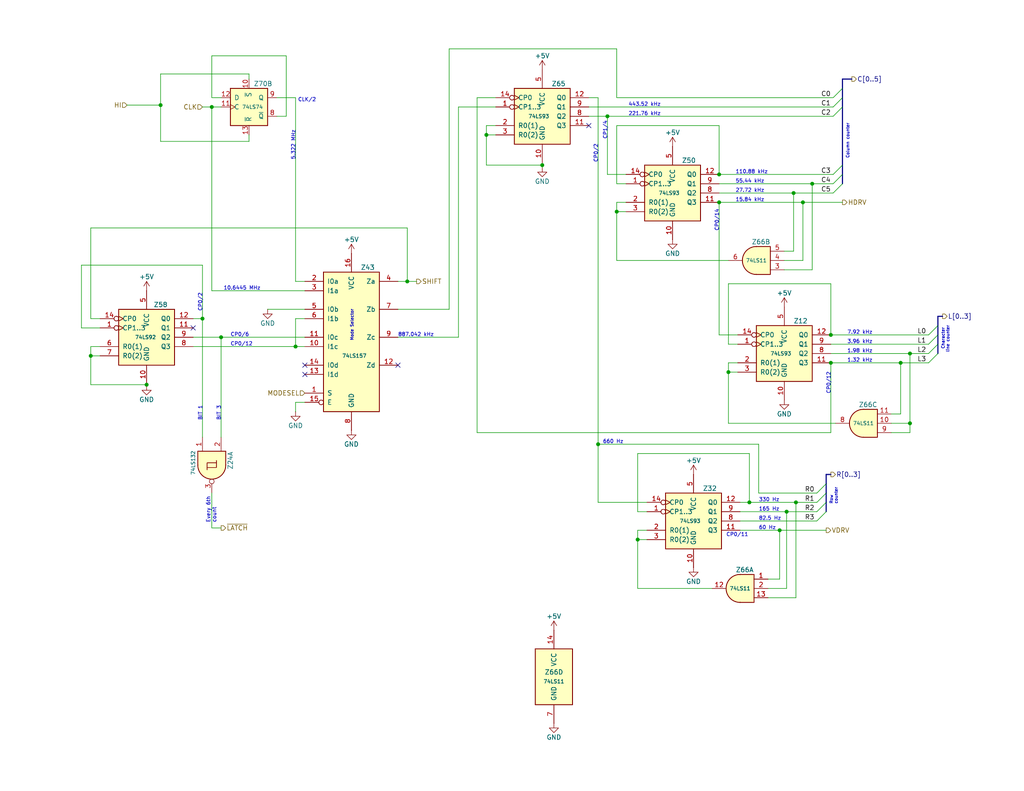
<source format=kicad_sch>
(kicad_sch (version 20231120) (generator "eeschema") (generator_version "8.0")
  (paper "USLetter")
  (title_block (title "TRS-80 Model I Rev E") (date "2024-11-23") (rev "E1A-E") (company "RetroStack - Marcel Erz") (comment 2 "Clock divider, video mode multiplexer, counters for columns, rows, and character lines") (comment 4 "Video Counter"))
  (lib_symbols
    (symbol "74xx:74LS11" (pin_names (offset 1.016))
      (property "Reference" "U" (at 0 1.27 0))
      (property "Value" "74LS11" (at 0 -1.27 0))
      (symbol "74LS11_1_1"
        (arc (start 0 -3.81) (mid 3.7934 0) (end 0 3.81) (stroke (width 0.254)) (fill (type background)))
        (polyline (pts (xy 0 3.81) (xy -3.81 3.81) (xy -3.81 -3.81) (xy 0 -3.81)) (stroke (width 0.254)) (fill (type background)))
        (pin input line (at -7.62 2.54 0) (length 3.81) (name "~") (number "1"))
        (pin output line (at 7.62 0 180) (length 3.81) (name "~") (number "12"))
        (pin input line (at -7.62 -2.54 0) (length 3.81) (name "~") (number "13"))
        (pin input line (at -7.62 0 0) (length 3.81) (name "~") (number "2"))
      )
      (symbol "74LS11_1_2"
        (arc (start -3.81 -3.81) (mid -2.589 0) (end -3.81 3.81) (stroke (width 0.254)))
        (arc (start -0.6096 -3.81) (mid 2.1842 -2.5851) (end 3.81 0) (stroke (width 0.254)) (fill (type background)))
        (polyline (pts (xy -3.81 -3.81) (xy -0.635 -3.81)) (stroke (width 0.254)) (fill (type background)))
        (polyline (pts (xy -3.81 3.81) (xy -0.635 3.81)) (stroke (width 0.254)) (fill (type background)))
        (polyline (pts (xy -0.635 3.81) (xy -3.81 3.81) (xy -3.81 3.81) (xy -3.556 3.4036) (xy -3.0226 2.2606) (xy -2.6924 1.0414) (xy -2.6162 -0.254) (xy -2.7686 -1.4986) (xy -3.175 -2.7178) (xy -3.81 -3.81) (xy -3.81 -3.81) (xy -0.635 -3.81)) (stroke (width -25.4)) (fill (type background)))
        (arc (start 3.81 0) (mid 2.1915 2.5936) (end -0.6096 3.81) (stroke (width 0.254)) (fill (type background)))
        (pin input inverted (at -7.62 2.54 0) (length 4.318) (name "~") (number "1"))
        (pin output inverted (at 7.62 0 180) (length 3.81) (name "~") (number "12"))
        (pin input inverted (at -7.62 -2.54 0) (length 4.318) (name "~") (number "13"))
        (pin input inverted (at -7.62 0 0) (length 4.953) (name "~") (number "2"))
      )
      (symbol "74LS11_2_1"
        (arc (start 0 -3.81) (mid 3.7934 0) (end 0 3.81) (stroke (width 0.254)) (fill (type background)))
        (polyline (pts (xy 0 3.81) (xy -3.81 3.81) (xy -3.81 -3.81) (xy 0 -3.81)) (stroke (width 0.254)) (fill (type background)))
        (pin input line (at -7.62 2.54 0) (length 3.81) (name "~") (number "3"))
        (pin input line (at -7.62 0 0) (length 3.81) (name "~") (number "4"))
        (pin input line (at -7.62 -2.54 0) (length 3.81) (name "~") (number "5"))
        (pin output line (at 7.62 0 180) (length 3.81) (name "~") (number "6"))
      )
      (symbol "74LS11_2_2"
        (arc (start -3.81 -3.81) (mid -2.589 0) (end -3.81 3.81) (stroke (width 0.254)))
        (arc (start -0.6096 -3.81) (mid 2.1842 -2.5851) (end 3.81 0) (stroke (width 0.254)) (fill (type background)))
        (polyline (pts (xy -3.81 -3.81) (xy -0.635 -3.81)) (stroke (width 0.254)) (fill (type background)))
        (polyline (pts (xy -3.81 3.81) (xy -0.635 3.81)) (stroke (width 0.254)) (fill (type background)))
        (polyline (pts (xy -0.635 3.81) (xy -3.81 3.81) (xy -3.81 3.81) (xy -3.556 3.4036) (xy -3.0226 2.2606) (xy -2.6924 1.0414) (xy -2.6162 -0.254) (xy -2.7686 -1.4986) (xy -3.175 -2.7178) (xy -3.81 -3.81) (xy -3.81 -3.81) (xy -0.635 -3.81)) (stroke (width -25.4)) (fill (type background)))
        (arc (start 3.81 0) (mid 2.1915 2.5936) (end -0.6096 3.81) (stroke (width 0.254)) (fill (type background)))
        (pin input inverted (at -7.62 2.54 0) (length 4.318) (name "~") (number "3"))
        (pin input inverted (at -7.62 0 0) (length 4.953) (name "~") (number "4"))
        (pin input inverted (at -7.62 -2.54 0) (length 4.318) (name "~") (number "5"))
        (pin output inverted (at 7.62 0 180) (length 3.81) (name "~") (number "6"))
      )
      (symbol "74LS11_3_1"
        (arc (start 0 -3.81) (mid 3.7934 0) (end 0 3.81) (stroke (width 0.254)) (fill (type background)))
        (polyline (pts (xy 0 3.81) (xy -3.81 3.81) (xy -3.81 -3.81) (xy 0 -3.81)) (stroke (width 0.254)) (fill (type background)))
        (pin input line (at -7.62 0 0) (length 3.81) (name "~") (number "10"))
        (pin input line (at -7.62 -2.54 0) (length 3.81) (name "~") (number "11"))
        (pin output line (at 7.62 0 180) (length 3.81) (name "~") (number "8"))
        (pin input line (at -7.62 2.54 0) (length 3.81) (name "~") (number "9"))
      )
      (symbol "74LS11_3_2"
        (arc (start -3.81 -3.81) (mid -2.589 0) (end -3.81 3.81) (stroke (width 0.254)))
        (arc (start -0.6096 -3.81) (mid 2.1842 -2.5851) (end 3.81 0) (stroke (width 0.254)) (fill (type background)))
        (polyline (pts (xy -3.81 -3.81) (xy -0.635 -3.81)) (stroke (width 0.254)) (fill (type background)))
        (polyline (pts (xy -3.81 3.81) (xy -0.635 3.81)) (stroke (width 0.254)) (fill (type background)))
        (polyline (pts (xy -0.635 3.81) (xy -3.81 3.81) (xy -3.81 3.81) (xy -3.556 3.4036) (xy -3.0226 2.2606) (xy -2.6924 1.0414) (xy -2.6162 -0.254) (xy -2.7686 -1.4986) (xy -3.175 -2.7178) (xy -3.81 -3.81) (xy -3.81 -3.81) (xy -0.635 -3.81)) (stroke (width -25.4)) (fill (type background)))
        (arc (start 3.81 0) (mid 2.1915 2.5936) (end -0.6096 3.81) (stroke (width 0.254)) (fill (type background)))
        (pin input inverted (at -7.62 0 0) (length 4.953) (name "~") (number "10"))
        (pin input inverted (at -7.62 -2.54 0) (length 4.318) (name "~") (number "11"))
        (pin output inverted (at 7.62 0 180) (length 3.81) (name "~") (number "8"))
        (pin input inverted (at -7.62 2.54 0) (length 4.318) (name "~") (number "9"))
      )
      (symbol "74LS11_4_0"
        (pin power_in line (at 0 12.7 270) (length 5.08) (name "VCC") (number "14"))
        (pin power_in line (at 0 -12.7 90) (length 5.08) (name "GND") (number "7"))
      )
      (symbol "74LS11_4_1"
        (rectangle (start -5.08 7.62) (end 5.08 -7.62) (stroke (width 0.254)) (fill (type background)))
      )
    )
    (symbol "74xx:74LS132" (pin_names (offset 1.016))
      (property "Reference" "U" (at 0 1.27 0))
      (property "Value" "74LS132" (at 0 -1.27 0))
      (symbol "74LS132_1_0"
        (polyline (pts (xy -0.635 -1.27) (xy -0.635 1.27) (xy 0.635 1.27)))
        (polyline (pts (xy -0.635 -1.27) (xy -0.635 1.27) (xy 0.635 1.27)))
        (polyline (pts (xy -1.27 -1.27) (xy 0.635 -1.27) (xy 0.635 1.27) (xy 1.27 1.27)))
        (polyline (pts (xy -1.27 -1.27) (xy 0.635 -1.27) (xy 0.635 1.27) (xy 1.27 1.27)))
      )
      (symbol "74LS132_1_1"
        (arc (start 0 -3.81) (mid 3.7934 0) (end 0 3.81) (stroke (width 0.254)) (fill (type background)))
        (polyline (pts (xy 0 3.81) (xy -3.81 3.81) (xy -3.81 -3.81) (xy 0 -3.81)) (stroke (width 0.254)) (fill (type background)))
        (pin input line (at -7.62 2.54 0) (length 3.81) (name "~") (number "1"))
        (pin input line (at -7.62 -2.54 0) (length 3.81) (name "~") (number "2"))
        (pin output inverted (at 7.62 0 180) (length 3.81) (name "~") (number "3"))
      )
      (symbol "74LS132_1_2"
        (arc (start -3.81 -3.81) (mid -2.589 0) (end -3.81 3.81) (stroke (width 0.254)))
        (arc (start -0.6096 -3.81) (mid 2.1842 -2.5851) (end 3.81 0) (stroke (width 0.254)) (fill (type background)))
        (polyline (pts (xy -3.81 -3.81) (xy -0.635 -3.81)) (stroke (width 0.254)) (fill (type background)))
        (polyline (pts (xy -3.81 3.81) (xy -0.635 3.81)) (stroke (width 0.254)) (fill (type background)))
        (polyline (pts (xy -0.635 3.81) (xy -3.81 3.81) (xy -3.81 3.81) (xy -3.556 3.4036) (xy -3.0226 2.2606) (xy -2.6924 1.0414) (xy -2.6162 -0.254) (xy -2.7686 -1.4986) (xy -3.175 -2.7178) (xy -3.81 -3.81) (xy -3.81 -3.81) (xy -0.635 -3.81)) (stroke (width -25.4)) (fill (type background)))
        (arc (start 3.81 0) (mid 2.1915 2.5936) (end -0.6096 3.81) (stroke (width 0.254)) (fill (type background)))
        (pin input inverted (at -7.62 2.54 0) (length 4.318) (name "~") (number "1"))
        (pin input inverted (at -7.62 -2.54 0) (length 4.318) (name "~") (number "2"))
        (pin output line (at 7.62 0 180) (length 3.81) (name "~") (number "3"))
      )
      (symbol "74LS132_2_0"
        (polyline (pts (xy -0.635 -1.27) (xy -0.635 1.27) (xy 0.635 1.27)))
        (polyline (pts (xy -0.635 -1.27) (xy -0.635 1.27) (xy 0.635 1.27)))
        (polyline (pts (xy -1.27 -1.27) (xy 0.635 -1.27) (xy 0.635 1.27) (xy 1.27 1.27)))
        (polyline (pts (xy -1.27 -1.27) (xy 0.635 -1.27) (xy 0.635 1.27) (xy 1.27 1.27)))
      )
      (symbol "74LS132_2_1"
        (arc (start 0 -3.81) (mid 3.7934 0) (end 0 3.81) (stroke (width 0.254)) (fill (type background)))
        (polyline (pts (xy 0 3.81) (xy -3.81 3.81) (xy -3.81 -3.81) (xy 0 -3.81)) (stroke (width 0.254)) (fill (type background)))
        (pin input line (at -7.62 2.54 0) (length 3.81) (name "~") (number "4"))
        (pin input line (at -7.62 -2.54 0) (length 3.81) (name "~") (number "5"))
        (pin output inverted (at 7.62 0 180) (length 3.81) (name "~") (number "6"))
      )
      (symbol "74LS132_2_2"
        (arc (start -3.81 -3.81) (mid -2.589 0) (end -3.81 3.81) (stroke (width 0.254)))
        (arc (start -0.6096 -3.81) (mid 2.1842 -2.5851) (end 3.81 0) (stroke (width 0.254)) (fill (type background)))
        (polyline (pts (xy -3.81 -3.81) (xy -0.635 -3.81)) (stroke (width 0.254)) (fill (type background)))
        (polyline (pts (xy -3.81 3.81) (xy -0.635 3.81)) (stroke (width 0.254)) (fill (type background)))
        (polyline (pts (xy -0.635 3.81) (xy -3.81 3.81) (xy -3.81 3.81) (xy -3.556 3.4036) (xy -3.0226 2.2606) (xy -2.6924 1.0414) (xy -2.6162 -0.254) (xy -2.7686 -1.4986) (xy -3.175 -2.7178) (xy -3.81 -3.81) (xy -3.81 -3.81) (xy -0.635 -3.81)) (stroke (width -25.4)) (fill (type background)))
        (arc (start 3.81 0) (mid 2.1915 2.5936) (end -0.6096 3.81) (stroke (width 0.254)) (fill (type background)))
        (pin input inverted (at -7.62 2.54 0) (length 4.318) (name "~") (number "4"))
        (pin input inverted (at -7.62 -2.54 0) (length 4.318) (name "~") (number "5"))
        (pin output line (at 7.62 0 180) (length 3.81) (name "~") (number "6"))
      )
      (symbol "74LS132_3_0"
        (polyline (pts (xy -0.635 -1.27) (xy -0.635 1.27) (xy 0.635 1.27)))
        (polyline (pts (xy -0.635 -1.27) (xy -0.635 1.27) (xy 0.635 1.27)))
        (polyline (pts (xy -1.27 -1.27) (xy 0.635 -1.27) (xy 0.635 1.27) (xy 1.27 1.27)))
        (polyline (pts (xy -1.27 -1.27) (xy 0.635 -1.27) (xy 0.635 1.27) (xy 1.27 1.27)))
      )
      (symbol "74LS132_3_1"
        (arc (start 0 -3.81) (mid 3.7934 0) (end 0 3.81) (stroke (width 0.254)) (fill (type background)))
        (polyline (pts (xy 0 3.81) (xy -3.81 3.81) (xy -3.81 -3.81) (xy 0 -3.81)) (stroke (width 0.254)) (fill (type background)))
        (pin input line (at -7.62 -2.54 0) (length 3.81) (name "~") (number "10"))
        (pin output inverted (at 7.62 0 180) (length 3.81) (name "~") (number "8"))
        (pin input line (at -7.62 2.54 0) (length 3.81) (name "~") (number "9"))
      )
      (symbol "74LS132_3_2"
        (arc (start -3.81 -3.81) (mid -2.589 0) (end -3.81 3.81) (stroke (width 0.254)))
        (arc (start -0.6096 -3.81) (mid 2.1842 -2.5851) (end 3.81 0) (stroke (width 0.254)) (fill (type background)))
        (polyline (pts (xy -3.81 -3.81) (xy -0.635 -3.81)) (stroke (width 0.254)) (fill (type background)))
        (polyline (pts (xy -3.81 3.81) (xy -0.635 3.81)) (stroke (width 0.254)) (fill (type background)))
        (polyline (pts (xy -0.635 3.81) (xy -3.81 3.81) (xy -3.81 3.81) (xy -3.556 3.4036) (xy -3.0226 2.2606) (xy -2.6924 1.0414) (xy -2.6162 -0.254) (xy -2.7686 -1.4986) (xy -3.175 -2.7178) (xy -3.81 -3.81) (xy -3.81 -3.81) (xy -0.635 -3.81)) (stroke (width -25.4)) (fill (type background)))
        (arc (start 3.81 0) (mid 2.1915 2.5936) (end -0.6096 3.81) (stroke (width 0.254)) (fill (type background)))
        (pin input inverted (at -7.62 -2.54 0) (length 4.318) (name "~") (number "10"))
        (pin output line (at 7.62 0 180) (length 3.81) (name "~") (number "8"))
        (pin input inverted (at -7.62 2.54 0) (length 4.318) (name "~") (number "9"))
      )
      (symbol "74LS132_4_0"
        (polyline (pts (xy -0.635 -1.27) (xy -0.635 1.27) (xy 0.635 1.27)))
        (polyline (pts (xy -0.635 -1.27) (xy -0.635 1.27) (xy 0.635 1.27)))
        (polyline (pts (xy -1.27 -1.27) (xy 0.635 -1.27) (xy 0.635 1.27) (xy 1.27 1.27)))
        (polyline (pts (xy -1.27 -1.27) (xy 0.635 -1.27) (xy 0.635 1.27) (xy 1.27 1.27)))
      )
      (symbol "74LS132_4_1"
        (arc (start 0 -3.81) (mid 3.7934 0) (end 0 3.81) (stroke (width 0.254)) (fill (type background)))
        (polyline (pts (xy 0 3.81) (xy -3.81 3.81) (xy -3.81 -3.81) (xy 0 -3.81)) (stroke (width 0.254)) (fill (type background)))
        (pin output inverted (at 7.62 0 180) (length 3.81) (name "~") (number "11"))
        (pin input line (at -7.62 2.54 0) (length 3.81) (name "~") (number "12"))
        (pin input line (at -7.62 -2.54 0) (length 3.81) (name "~") (number "13"))
      )
      (symbol "74LS132_4_2"
        (arc (start -3.81 -3.81) (mid -2.589 0) (end -3.81 3.81) (stroke (width 0.254)))
        (arc (start -0.6096 -3.81) (mid 2.1842 -2.5851) (end 3.81 0) (stroke (width 0.254)) (fill (type background)))
        (polyline (pts (xy -3.81 -3.81) (xy -0.635 -3.81)) (stroke (width 0.254)) (fill (type background)))
        (polyline (pts (xy -3.81 3.81) (xy -0.635 3.81)) (stroke (width 0.254)) (fill (type background)))
        (polyline (pts (xy -0.635 3.81) (xy -3.81 3.81) (xy -3.81 3.81) (xy -3.556 3.4036) (xy -3.0226 2.2606) (xy -2.6924 1.0414) (xy -2.6162 -0.254) (xy -2.7686 -1.4986) (xy -3.175 -2.7178) (xy -3.81 -3.81) (xy -3.81 -3.81) (xy -0.635 -3.81)) (stroke (width -25.4)) (fill (type background)))
        (arc (start 3.81 0) (mid 2.1915 2.5936) (end -0.6096 3.81) (stroke (width 0.254)) (fill (type background)))
        (pin output line (at 7.62 0 180) (length 3.81) (name "~") (number "11"))
        (pin input inverted (at -7.62 2.54 0) (length 4.318) (name "~") (number "12"))
        (pin input inverted (at -7.62 -2.54 0) (length 4.318) (name "~") (number "13"))
      )
      (symbol "74LS132_5_0"
        (pin power_in line (at 0 12.7 270) (length 5.08) (name "VCC") (number "14"))
        (pin power_in line (at 0 -12.7 90) (length 5.08) (name "GND") (number "7"))
      )
      (symbol "74LS132_5_1"
        (rectangle (start -5.08 7.62) (end 5.08 -7.62) (stroke (width 0.254)) (fill (type background)))
      )
    )
    (symbol "74xx:74LS157" (pin_names (offset 1.016))
      (property "Reference" "U" (at -7.62 19.05 0))
      (property "Value" "74LS157" (at -7.62 -21.59 0))
      (symbol "74LS157_1_0"
        (pin input line (at -12.7 -15.24 0) (length 5.08) (name "S") (number "1"))
        (pin input line (at -12.7 -2.54 0) (length 5.08) (name "I1c") (number "10"))
        (pin input line (at -12.7 0 0) (length 5.08) (name "I0c") (number "11"))
        (pin output line (at 12.7 -7.62 180) (length 5.08) (name "Zd") (number "12"))
        (pin input line (at -12.7 -10.16 0) (length 5.08) (name "I1d") (number "13"))
        (pin input line (at -12.7 -7.62 0) (length 5.08) (name "I0d") (number "14"))
        (pin input inverted (at -12.7 -17.78 0) (length 5.08) (name "E") (number "15"))
        (pin power_in line (at 0 22.86 270) (length 5.08) (name "VCC") (number "16"))
        (pin input line (at -12.7 15.24 0) (length 5.08) (name "I0a") (number "2"))
        (pin input line (at -12.7 12.7 0) (length 5.08) (name "I1a") (number "3"))
        (pin output line (at 12.7 15.24 180) (length 5.08) (name "Za") (number "4"))
        (pin input line (at -12.7 7.62 0) (length 5.08) (name "I0b") (number "5"))
        (pin input line (at -12.7 5.08 0) (length 5.08) (name "I1b") (number "6"))
        (pin output line (at 12.7 7.62 180) (length 5.08) (name "Zb") (number "7"))
        (pin power_in line (at 0 -25.4 90) (length 5.08) (name "GND") (number "8"))
        (pin output line (at 12.7 0 180) (length 5.08) (name "Zc") (number "9"))
      )
      (symbol "74LS157_1_1"
        (rectangle (start -7.62 17.78) (end 7.62 -20.32) (stroke (width 0.254)) (fill (type background)))
      )
    )
    (symbol "74xx:74LS74" (pin_names (offset 1.016))
      (property "Reference" "U" (at -7.62 8.89 0))
      (property "Value" "74LS74" (at -7.62 -8.89 0))
      (symbol "74LS74_1_0"
        (pin input line (at 0 -7.62 90) (length 2.54) (name "~{R}") (number "1"))
        (pin input line (at -7.62 2.54 0) (length 2.54) (name "D") (number "2"))
        (pin input clock (at -7.62 0 0) (length 2.54) (name "C") (number "3"))
        (pin input line (at 0 7.62 270) (length 2.54) (name "~{S}") (number "4"))
        (pin output line (at 7.62 2.54 180) (length 2.54) (name "Q") (number "5"))
        (pin output line (at 7.62 -2.54 180) (length 2.54) (name "~{Q}") (number "6"))
      )
      (symbol "74LS74_1_1"
        (rectangle (start -5.08 5.08) (end 5.08 -5.08) (stroke (width 0.254)) (fill (type background)))
      )
      (symbol "74LS74_2_0"
        (pin input line (at 0 7.62 270) (length 2.54) (name "~{S}") (number "10"))
        (pin input clock (at -7.62 0 0) (length 2.54) (name "C") (number "11"))
        (pin input line (at -7.62 2.54 0) (length 2.54) (name "D") (number "12"))
        (pin input line (at 0 -7.62 90) (length 2.54) (name "~{R}") (number "13"))
        (pin output line (at 7.62 -2.54 180) (length 2.54) (name "~{Q}") (number "8"))
        (pin output line (at 7.62 2.54 180) (length 2.54) (name "Q") (number "9"))
      )
      (symbol "74LS74_2_1"
        (rectangle (start -5.08 5.08) (end 5.08 -5.08) (stroke (width 0.254)) (fill (type background)))
      )
      (symbol "74LS74_3_0"
        (pin power_in line (at 0 10.16 270) (length 2.54) (name "VCC") (number "14"))
        (pin power_in line (at 0 -10.16 90) (length 2.54) (name "GND") (number "7"))
      )
      (symbol "74LS74_3_1"
        (rectangle (start -5.08 7.62) (end 5.08 -7.62) (stroke (width 0.254)) (fill (type background)))
      )
    )
    (symbol "74xx:74LS92" (pin_names (offset 1.016))
      (property "Reference" "U" (at -7.62 8.89 0))
      (property "Value" "74LS92" (at -7.62 -8.89 0))
      (symbol "74LS92_1_0"
        (pin input inverted_clock (at -12.7 2.54 0) (length 5.08) (name "CP1..3") (number "1"))
        (pin power_in line (at 0 -12.7 90) (length 5.08) (name "GND") (number "10"))
        (pin output line (at 12.7 2.54 180) (length 5.08) (name "Q1") (number "11"))
        (pin output line (at 12.7 5.08 180) (length 5.08) (name "Q0") (number "12"))
        (pin input inverted_clock (at -12.7 5.08 0) (length 5.08) (name "CP0") (number "14"))
        (pin power_in line (at 0 12.7 270) (length 5.08) (name "VCC") (number "5"))
        (pin input line (at -12.7 -2.54 0) (length 5.08) (name "R0(1)") (number "6"))
        (pin input line (at -12.7 -5.08 0) (length 5.08) (name "R0(2)") (number "7"))
        (pin output line (at 12.7 -2.54 180) (length 5.08) (name "Q3") (number "8"))
        (pin output line (at 12.7 0 180) (length 5.08) (name "Q2") (number "9"))
      )
      (symbol "74LS92_1_1"
        (rectangle (start -7.62 7.62) (end 7.62 -7.62) (stroke (width 0.254)) (fill (type background)))
      )
    )
    (symbol "74xx:74LS93" (pin_names (offset 1.016))
      (property "Reference" "U" (at -7.62 8.89 0))
      (property "Value" "74LS93" (at -7.62 -8.89 0))
      (symbol "74LS93_1_0"
        (pin input inverted_clock (at -12.7 2.54 0) (length 5.08) (name "CP1..3") (number "1"))
        (pin power_in line (at 0 -12.7 90) (length 5.08) (name "GND") (number "10"))
        (pin output line (at 12.7 -2.54 180) (length 5.08) (name "Q3") (number "11"))
        (pin output line (at 12.7 5.08 180) (length 5.08) (name "Q0") (number "12"))
        (pin input inverted_clock (at -12.7 5.08 0) (length 5.08) (name "CP0") (number "14"))
        (pin input line (at -12.7 -2.54 0) (length 5.08) (name "R0(1)") (number "2"))
        (pin input line (at -12.7 -5.08 0) (length 5.08) (name "R0(2)") (number "3"))
        (pin power_in line (at 0 12.7 270) (length 5.08) (name "VCC") (number "5"))
        (pin output line (at 12.7 0 180) (length 5.08) (name "Q2") (number "8"))
        (pin output line (at 12.7 2.54 180) (length 5.08) (name "Q1") (number "9"))
      )
      (symbol "74LS93_1_1"
        (rectangle (start -7.62 7.62) (end 7.62 -7.62) (stroke (width 0.254)) (fill (type background)))
      )
    )
    (symbol "power:+5V" (power) (pin_numbers hide) (pin_names (offset 0) hide)
      (property "Value" "+5V" (at 0 3.556 0))
      (symbol "+5V_0_1"
        (polyline (pts (xy -0.762 1.27) (xy 0 2.54)))
        (polyline (pts (xy 0 0) (xy 0 2.54)))
        (polyline (pts (xy 0 2.54) (xy 0.762 1.27)))
      )
      (symbol "+5V_1_1"
        (pin power_in line (at 0 0 90) (length 0) (name "~") (number "1"))
      )
    )
    (symbol "power:GND" (power) (pin_numbers hide) (pin_names (offset 0) hide)
      (property "Value" "GND" (at 0 -3.81 0))
      (symbol "GND_0_1"
        (polyline (pts (xy 0 0) (xy 0 -1.27) (xy 1.27 -1.27) (xy 0 -2.54) (xy -1.27 -1.27) (xy 0 -1.27)))
      )
      (symbol "GND_1_1"
        (pin power_in line (at 0 0 270) (length 0) (name "~") (number "1"))
      )
    )
  )
  (junction (at 196.215 55.245))
  (junction (at 212.725 144.78))
  (junction (at 219.075 55.245))
  (junction (at 60.325 92.075))
  (junction (at 198.755 101.6))
  (junction (at 132.715 36.83))
  (junction (at 226.695 99.06))
  (junction (at 248.285 115.57))
  (junction (at 80.645 94.615))
  (junction (at 221.615 50.165))
  (junction (at 40.005 105.029))
  (junction (at 214.63 139.7))
  (junction (at 168.275 57.785))
  (junction (at 216.535 52.705))
  (junction (at 147.955 45.085))
  (junction (at 24.765 97.155))
  (junction (at 245.745 99.06))
  (junction (at 217.17 137.16))
  (junction (at 55.245 86.995))
  (junction (at 165.735 31.75))
  (junction (at 57.785 29.21))
  (junction (at 248.285 96.52))
  (junction (at 173.99 147.32))
  (junction (at 204.47 137.16))
  (junction (at 226.695 91.44))
  (junction (at 163.195 121.285))
  (junction (at 43.815 28.702))
  (junction (at 111.125 76.835))
  (junction (at 196.215 47.625))
  (no_connect (at 160.655 34.29))
  (no_connect (at 83.185 99.695))
  (no_connect (at 52.705 89.535))
  (no_connect (at 108.585 99.695))
  (no_connect (at 83.185 102.235))
  (bus_entry (at 227.33 29.21) (size 2.54 -2.54))
  (bus_entry (at 253.365 93.98) (size 2.54 -2.54))
  (bus_entry (at 227.33 52.705) (size 2.54 -2.54))
  (bus_entry (at 227.33 50.165) (size 2.54 -2.54))
  (bus_entry (at 222.885 142.24) (size 2.54 -2.54))
  (bus_entry (at 227.33 47.625) (size 2.54 -2.54))
  (bus_entry (at 227.33 31.75) (size 2.54 -2.54))
  (bus_entry (at 253.365 91.44) (size 2.54 -2.54))
  (bus_entry (at 222.885 137.16) (size 2.54 -2.54))
  (bus_entry (at 253.365 99.06) (size 2.54 -2.54))
  (bus_entry (at 227.33 26.67) (size 2.54 -2.54))
  (bus_entry (at 253.365 96.52) (size 2.54 -2.54))
  (bus_entry (at 222.885 139.7) (size 2.54 -2.54))
  (bus_entry (at 222.885 134.62) (size 2.54 -2.54))
  (bus (pts (xy 229.87 29.21) (xy 229.87 26.67)))
  (wire (pts (xy 52.705 92.075) (xy 60.325 92.075)))
  (bus (pts (xy 225.425 139.7) (xy 225.425 137.16)))
  (wire (pts (xy 243.205 115.57) (xy 248.285 115.57)))
  (wire (pts (xy 55.245 86.995) (xy 55.245 119.38)))
  (wire (pts (xy 43.815 20.193) (xy 43.815 28.702)))
  (wire (pts (xy 204.47 123.825) (xy 204.47 137.16)))
  (wire (pts (xy 83.185 79.375) (xy 57.785 79.375)))
  (bus (pts (xy 255.905 86.36) (xy 257.175 86.36)))
  (wire (pts (xy 57.785 134.62) (xy 57.785 144.145)))
  (wire (pts (xy 196.215 52.705) (xy 216.535 52.705)))
  (wire (pts (xy 111.125 76.835) (xy 113.665 76.835)))
  (wire (pts (xy 194.31 160.655) (xy 173.99 160.655)))
  (wire (pts (xy 201.93 142.24) (xy 222.885 142.24)))
  (wire (pts (xy 80.645 76.835) (xy 83.185 76.835)))
  (wire (pts (xy 67.945 38.608) (xy 43.815 38.608)))
  (wire (pts (xy 173.99 139.7) (xy 173.99 123.825)))
  (wire (pts (xy 196.215 55.245) (xy 219.075 55.245)))
  (wire (pts (xy 198.755 101.6) (xy 201.295 101.6)))
  (wire (pts (xy 80.645 94.615) (xy 80.645 86.995)))
  (wire (pts (xy 248.285 118.11) (xy 248.285 115.57)))
  (wire (pts (xy 83.185 84.455) (xy 73.025 84.455)))
  (wire (pts (xy 168.275 34.29) (xy 196.215 34.29)))
  (wire (pts (xy 111.125 76.835) (xy 111.125 62.23)))
  (wire (pts (xy 160.655 31.75) (xy 165.735 31.75)))
  (wire (pts (xy 160.655 26.67) (xy 163.195 26.67)))
  (wire (pts (xy 80.645 94.615) (xy 83.185 94.615)))
  (wire (pts (xy 216.535 52.705) (xy 216.535 68.58)))
  (wire (pts (xy 196.215 34.29) (xy 196.215 47.625)))
  (wire (pts (xy 55.245 72.39) (xy 55.245 86.995)))
  (wire (pts (xy 57.785 79.375) (xy 57.785 29.21)))
  (wire (pts (xy 80.645 112.395) (xy 80.645 109.855)))
  (bus (pts (xy 229.87 50.165) (xy 229.87 47.625)))
  (wire (pts (xy 219.075 55.245) (xy 229.87 55.245)))
  (bus (pts (xy 229.87 47.625) (xy 229.87 45.085)))
  (wire (pts (xy 147.955 45.085) (xy 147.955 44.45)))
  (bus (pts (xy 255.905 96.52) (xy 255.905 93.98)))
  (wire (pts (xy 67.945 38.608) (xy 67.945 36.83)))
  (wire (pts (xy 60.325 92.075) (xy 60.325 119.38)))
  (wire (pts (xy 80.645 86.995) (xy 83.185 86.995)))
  (wire (pts (xy 57.785 29.21) (xy 60.325 29.21)))
  (wire (pts (xy 125.095 92.075) (xy 125.095 29.21)))
  (wire (pts (xy 222.885 134.62) (xy 207.01 134.62)))
  (wire (pts (xy 122.555 13.335) (xy 168.275 13.335)))
  (wire (pts (xy 130.175 118.11) (xy 130.175 26.67)))
  (wire (pts (xy 24.765 97.155) (xy 27.305 97.155)))
  (wire (pts (xy 67.945 20.193) (xy 43.815 20.193)))
  (wire (pts (xy 248.285 96.52) (xy 253.365 96.52)))
  (wire (pts (xy 196.215 47.625) (xy 227.33 47.625)))
  (wire (pts (xy 245.745 113.03) (xy 245.745 99.06)))
  (wire (pts (xy 226.695 77.47) (xy 226.695 91.44)))
  (wire (pts (xy 108.585 76.835) (xy 111.125 76.835)))
  (wire (pts (xy 57.785 26.67) (xy 57.785 15.24)))
  (wire (pts (xy 221.615 73.66) (xy 221.615 50.165)))
  (wire (pts (xy 168.275 57.785) (xy 170.815 57.785)))
  (wire (pts (xy 147.955 45.72) (xy 147.955 45.085)))
  (wire (pts (xy 108.585 92.075) (xy 125.095 92.075)))
  (wire (pts (xy 168.275 71.12) (xy 168.275 57.785)))
  (wire (pts (xy 173.99 144.78) (xy 176.53 144.78)))
  (bus (pts (xy 229.87 26.67) (xy 229.87 24.13)))
  (wire (pts (xy 170.815 50.165) (xy 168.275 50.165)))
  (wire (pts (xy 209.55 158.115) (xy 212.725 158.115)))
  (wire (pts (xy 212.725 158.115) (xy 212.725 144.78)))
  (bus (pts (xy 229.87 21.59) (xy 232.41 21.59)))
  (wire (pts (xy 55.245 72.39) (xy 22.225 72.39)))
  (wire (pts (xy 130.175 26.67) (xy 135.255 26.67)))
  (wire (pts (xy 130.175 118.11) (xy 226.695 118.11)))
  (bus (pts (xy 255.905 91.44) (xy 255.905 88.9)))
  (bus (pts (xy 255.905 93.98) (xy 255.905 91.44)))
  (wire (pts (xy 209.55 163.195) (xy 217.17 163.195)))
  (wire (pts (xy 163.195 121.285) (xy 207.01 121.285)))
  (bus (pts (xy 225.425 129.54) (xy 226.695 129.54)))
  (wire (pts (xy 173.99 147.32) (xy 176.53 147.32)))
  (wire (pts (xy 170.815 47.625) (xy 165.735 47.625)))
  (wire (pts (xy 219.075 55.245) (xy 219.075 71.12)))
  (wire (pts (xy 132.715 36.83) (xy 132.715 45.085)))
  (wire (pts (xy 207.01 134.62) (xy 207.01 121.285)))
  (wire (pts (xy 198.755 93.98) (xy 198.755 77.47)))
  (wire (pts (xy 226.695 99.06) (xy 226.695 118.11)))
  (wire (pts (xy 227.965 115.57) (xy 198.755 115.57)))
  (wire (pts (xy 243.205 118.11) (xy 248.285 118.11)))
  (wire (pts (xy 132.715 34.29) (xy 135.255 34.29)))
  (wire (pts (xy 168.275 26.67) (xy 227.33 26.67)))
  (wire (pts (xy 168.275 55.245) (xy 170.815 55.245)))
  (wire (pts (xy 24.765 105.029) (xy 40.005 105.029)))
  (wire (pts (xy 212.725 144.78) (xy 225.425 144.78)))
  (wire (pts (xy 108.585 84.455) (xy 122.555 84.455)))
  (wire (pts (xy 163.195 26.67) (xy 163.195 121.285)))
  (wire (pts (xy 217.17 137.16) (xy 222.885 137.16)))
  (wire (pts (xy 209.55 160.655) (xy 214.63 160.655)))
  (wire (pts (xy 122.555 84.455) (xy 122.555 13.335)))
  (wire (pts (xy 198.755 77.47) (xy 226.695 77.47)))
  (bus (pts (xy 225.425 134.62) (xy 225.425 132.08)))
  (wire (pts (xy 196.215 55.245) (xy 196.215 91.44)))
  (wire (pts (xy 213.995 68.58) (xy 216.535 68.58)))
  (wire (pts (xy 196.215 91.44) (xy 201.295 91.44)))
  (wire (pts (xy 243.205 113.03) (xy 245.745 113.03)))
  (wire (pts (xy 165.735 31.75) (xy 165.735 47.625)))
  (wire (pts (xy 24.765 94.615) (xy 27.305 94.615)))
  (wire (pts (xy 78.105 15.24) (xy 78.105 31.75)))
  (wire (pts (xy 168.275 13.335) (xy 168.275 26.67)))
  (wire (pts (xy 80.645 26.67) (xy 80.645 76.835)))
  (wire (pts (xy 214.63 139.7) (xy 222.885 139.7)))
  (wire (pts (xy 226.695 91.44) (xy 253.365 91.44)))
  (wire (pts (xy 163.195 121.285) (xy 163.195 137.16)))
  (wire (pts (xy 60.325 92.075) (xy 83.185 92.075)))
  (wire (pts (xy 125.095 29.21) (xy 135.255 29.21)))
  (wire (pts (xy 132.715 36.83) (xy 135.255 36.83)))
  (bus (pts (xy 225.425 137.16) (xy 225.425 134.62)))
  (wire (pts (xy 196.215 50.165) (xy 221.615 50.165)))
  (wire (pts (xy 132.715 45.085) (xy 147.955 45.085)))
  (wire (pts (xy 173.99 123.825) (xy 204.47 123.825)))
  (wire (pts (xy 43.815 38.608) (xy 43.815 28.702)))
  (wire (pts (xy 213.995 73.66) (xy 221.615 73.66)))
  (wire (pts (xy 57.785 15.24) (xy 78.105 15.24)))
  (wire (pts (xy 40.005 105.029) (xy 40.005 104.775)))
  (wire (pts (xy 198.755 101.6) (xy 198.755 99.06)))
  (wire (pts (xy 57.785 144.145) (xy 60.325 144.145)))
  (wire (pts (xy 40.005 105.283) (xy 40.005 105.029)))
  (wire (pts (xy 201.93 139.7) (xy 214.63 139.7)))
  (bus (pts (xy 229.87 24.13) (xy 229.87 21.59)))
  (wire (pts (xy 132.715 36.83) (xy 132.715 34.29)))
  (wire (pts (xy 67.945 20.193) (xy 67.945 21.59)))
  (wire (pts (xy 217.17 137.16) (xy 217.17 163.195)))
  (wire (pts (xy 201.295 93.98) (xy 198.755 93.98)))
  (wire (pts (xy 226.695 99.06) (xy 245.745 99.06)))
  (wire (pts (xy 24.765 97.155) (xy 24.765 105.029)))
  (wire (pts (xy 163.195 137.16) (xy 176.53 137.16)))
  (wire (pts (xy 176.53 139.7) (xy 173.99 139.7)))
  (wire (pts (xy 52.705 86.995) (xy 55.245 86.995)))
  (wire (pts (xy 226.695 96.52) (xy 248.285 96.52)))
  (wire (pts (xy 201.93 144.78) (xy 212.725 144.78)))
  (wire (pts (xy 43.815 28.702) (xy 34.671 28.702)))
  (wire (pts (xy 221.615 50.165) (xy 227.33 50.165)))
  (wire (pts (xy 214.63 160.655) (xy 214.63 139.7)))
  (bus (pts (xy 225.425 132.08) (xy 225.425 129.54)))
  (wire (pts (xy 24.765 86.995) (xy 27.305 86.995)))
  (wire (pts (xy 160.655 29.21) (xy 227.33 29.21)))
  (wire (pts (xy 111.125 62.23) (xy 24.765 62.23)))
  (wire (pts (xy 168.275 57.785) (xy 168.275 55.245)))
  (wire (pts (xy 216.535 52.705) (xy 227.33 52.705)))
  (wire (pts (xy 213.995 71.12) (xy 219.075 71.12)))
  (wire (pts (xy 55.245 29.21) (xy 57.785 29.21)))
  (wire (pts (xy 201.93 137.16) (xy 204.47 137.16)))
  (wire (pts (xy 24.765 94.615) (xy 24.765 97.155)))
  (wire (pts (xy 198.755 71.12) (xy 168.275 71.12)))
  (wire (pts (xy 52.705 94.615) (xy 80.645 94.615)))
  (wire (pts (xy 245.745 99.06) (xy 253.365 99.06)))
  (wire (pts (xy 168.275 50.165) (xy 168.275 34.29)))
  (wire (pts (xy 173.99 147.32) (xy 173.99 144.78)))
  (wire (pts (xy 22.225 89.535) (xy 27.305 89.535)))
  (wire (pts (xy 204.47 137.16) (xy 217.17 137.16)))
  (wire (pts (xy 165.735 31.75) (xy 227.33 31.75)))
  (wire (pts (xy 173.99 160.655) (xy 173.99 147.32)))
  (wire (pts (xy 78.105 31.75) (xy 75.565 31.75)))
  (wire (pts (xy 198.755 99.06) (xy 201.295 99.06)))
  (bus (pts (xy 229.87 45.085) (xy 229.87 29.21)))
  (wire (pts (xy 198.755 101.6) (xy 198.755 115.57)))
  (bus (pts (xy 255.905 88.9) (xy 255.905 86.36)))
  (wire (pts (xy 60.325 26.67) (xy 57.785 26.67)))
  (wire (pts (xy 22.225 72.39) (xy 22.225 89.535)))
  (wire (pts (xy 24.765 62.23) (xy 24.765 86.995)))
  (wire (pts (xy 226.695 93.98) (xy 253.365 93.98)))
  (wire (pts (xy 75.565 26.67) (xy 80.645 26.67)))
  (wire (pts (xy 248.285 96.52) (xy 248.285 115.57)))
  (wire (pts (xy 80.645 109.855) (xy 83.185 109.855)))
  (text "BIT 1" (at 55.245 114.935 90) (effects (font (size 1 1)) (justify left bottom)))
  (text "7.92 kHz" (at 231.14 91.44 0) (effects (font (size 1 1)) (justify left bottom)))
  (text "CLK/2" (at 81.28 27.94 0) (effects (font (size 1 1)) (justify left bottom)))
  (text "660 Hz" (at 164.465 121.285 0) (effects (font (size 1 1)) (justify left bottom)))
  (text "CP0/2" (at 163.195 39.37 90) (effects (font (size 1 1)) (justify right bottom)))
  (text "1.98 kHz" (at 231.14 96.52 0) (effects (font (size 1 1)) (justify left bottom)))
  (text "60 Hz" (at 207.01 144.78 0) (effects (font (size 1 1)) (justify left bottom)))
  (text "887.042 kHz" (at 108.585 92.075 0) (effects (font (size 1 1)) (justify left bottom)))
  (text "1.32 kHz" (at 231.14 99.06 0) (effects (font (size 1 1)) (justify left bottom)))
  (text "Character \nline counter" (at 259.08 88.9 90) (effects (font (size 0.8 0.8)) (justify right bottom)))
  (text "82.5 Hz" (at 207.01 142.24 0) (effects (font (size 1 1)) (justify left bottom)))
  (text "27.72 kHz" (at 200.66 52.705 0) (effects (font (size 1 1)) (justify left bottom)))
  (text "Mode Selector" (at 96.52 84.455 90) (effects (font (size 0.8 0.8)) (justify right bottom)))
  (text "CP0/11" (at 198.12 146.685 0) (effects (font (size 1 1)) (justify left bottom)))
  (text "3.96 kHz" (at 231.14 93.98 0) (effects (font (size 1 1)) (justify left bottom)))
  (text "110.88 kHz" (at 200.66 47.625 0) (effects (font (size 1 1)) (justify left bottom)))
  (text "CP1/4" (at 165.735 33.02 90) (effects (font (size 1 1)) (justify right bottom)))
  (text "CP0/2" (at 55.245 80.01 90) (effects (font (size 1 1)) (justify right bottom)))
  (text "221.76 kHz" (at 171.45 31.75 0) (effects (font (size 1 1)) (justify left bottom)))
  (text "55.44 kHz" (at 200.66 50.165 0) (effects (font (size 1 1)) (justify left bottom)))
  (text "15.84 kHz" (at 200.66 55.245 0) (effects (font (size 1 1)) (justify left bottom)))
  (text "CP0/6" (at 62.865 92.075 0) (effects (font (size 1 1)) (justify left bottom)))
  (text "CP0/12" (at 62.865 94.615 0) (effects (font (size 1 1)) (justify left bottom)))
  (text "BIT 3" (at 60.325 114.935 90) (effects (font (size 1 1)) (justify left bottom)))
  (text "330 Hz" (at 207.01 137.16 0) (effects (font (size 1 1)) (justify left bottom)))
  (text "Column counter" (at 231.775 33.655 90) (effects (font (size 0.8 0.8)) (justify right bottom)))
  (text "Row\ncounter" (at 228.6 137.795 90) (effects (font (size 0.8 0.8)) (justify left bottom)))
  (text "10.6445 MHz" (at 60.96 79.375 0) (effects (font (size 1 1)) (justify left bottom)))
  (text "CP0/12" (at 226.695 101.6 90) (effects (font (size 1 1)) (justify right bottom)))
  (text "5.322 MHz" (at 80.645 35.56 90) (effects (font (size 1 1)) (justify right bottom)))
  (text "443.52 kHz" (at 171.45 29.21 0) (effects (font (size 1 1)) (justify left bottom)))
  (text "CP0/14" (at 196.215 57.15 90) (effects (font (size 1 1)) (justify right bottom)))
  (text "165 Hz" (at 207.01 139.7 0) (effects (font (size 1 1)) (justify left bottom)))
  (text "Every 6th\ncount" (at 59.055 142.875 90) (effects (font (size 1 1)) (justify left bottom)))
  (label "R1" (at 222.25 137.16 180))
  (label "L2" (at 252.73 96.52 180))
  (label "C2" (at 226.695 31.75 180))
  (label "L1" (at 252.73 93.98 180))
  (label "C5" (at 226.695 52.705 180))
  (label "R2" (at 222.25 139.7 180))
  (label "C3" (at 226.695 47.625 180))
  (label "L3" (at 252.73 99.06 180))
  (label "R0" (at 222.25 134.62 180))
  (label "C4" (at 226.695 50.165 180))
  (label "C0" (at 226.695 26.67 180))
  (label "L0" (at 252.73 91.44 180))
  (label "R3" (at 222.25 142.24 180))
  (label "C1" (at 226.695 29.21 180))
  (hierarchical_label "SHIFT" (shape output) (at 113.665 76.835 0))
  (hierarchical_label "L[0..3]" (shape output) (at 257.175 86.36 0))
  (hierarchical_label "~{LATCH}" (shape output) (at 60.325 144.145 0))
  (hierarchical_label "R[0..3]" (shape output) (at 226.695 129.54 0))
  (hierarchical_label "MODESEL" (shape input) (at 83.185 107.315 180))
  (hierarchical_label "HDRV" (shape output) (at 229.87 55.245 0))
  (hierarchical_label "C[0..5]" (shape output) (at 232.41 21.59 0))
  (hierarchical_label "HI" (shape input) (at 34.671 28.702 180))
  (hierarchical_label "VDRV" (shape output) (at 225.425 144.78 0))
  (hierarchical_label "CLK" (shape input) (at 55.245 29.21 180))
  (symbol (lib_id "74xx:74LS132") (at 57.785 127 90) (mirror x) (unit 1)
    (property "Reference" "Z24" (at 62.865 125.73 0))
    (property "Value" "74LS132" (at 52.705 126.365 0) (effects (font (size 1 1))))
    (property "Footprint" "RetroStackLibrary:TRS80_Model_I_DIP14" (effects (hide yes)))
    (property "Datasheet" "http://www.ti.com/lit/gpn/sn74LS132" (effects (hide yes)))
  )
  (symbol (lib_id "power:GND") (at 95.885 117.475 0) (unit 1)
    (property "Reference" "#PWR096" (effects (hide yes)))
    (property "Value" "GND" (at 95.885 121.285 0))
    (property "Description" "Power symbol creates a global label with name \"GND\" , ground" (effects (hide yes)))
  )
  (symbol (lib_id "74xx:74LS11") (at 201.93 160.655 0) (mirror y) (unit 1)
    (property "Reference" "Z66" (at 203.2 155.575 0))
    (property "Value" "74LS11" (at 201.93 160.655 0) (effects (font (size 1 1))))
    (property "Footprint" "RetroStackLibrary:TRS80_Model_I_DIP14" (effects (hide yes)))
    (property "Datasheet" "http://www.ti.com/lit/gpn/sn74LS11" (effects (hide yes)))
  )
  (symbol (lib_id "power:+5V") (at 151.13 172.085 0) (unit 1)
    (property "Reference" "#PWR0113" (effects (hide yes)))
    (property "Value" "+5V" (at 151.13 168.275 0))
    (property "Description" "Power symbol creates a global label with name \"+5V\"" (effects (hide yes)))
  )
  (symbol (lib_id "power:GND") (at 183.515 65.405 0) (unit 1)
    (property "Reference" "#PWR0121" (effects (hide yes)))
    (property "Value" "GND" (at 183.515 69.215 0))
    (property "Description" "Power symbol creates a global label with name \"GND\" , ground" (effects (hide yes)))
  )
  (symbol (lib_id "power:+5V") (at 183.515 40.005 0) (unit 1)
    (property "Reference" "#PWR0115" (effects (hide yes)))
    (property "Value" "+5V" (at 183.515 36.195 0))
    (property "Description" "Power symbol creates a global label with name \"+5V\"" (effects (hide yes)))
  )
  (symbol (lib_id "74xx:74LS11") (at 235.585 115.57 180) (unit 3)
    (property "Reference" "Z66" (at 236.855 110.49 0))
    (property "Value" "74LS11" (at 235.585 115.57 0) (effects (font (size 1 1))))
    (property "Footprint" "RetroStackLibrary:TRS80_Model_I_DIP14" (effects (hide yes)))
    (property "Datasheet" "http://www.ti.com/lit/gpn/sn74LS11" (effects (hide yes)))
  )
  (symbol (lib_id "power:+5V") (at 40.005 79.375 0) (unit 1)
    (property "Reference" "#PWR069" (effects (hide yes)))
    (property "Value" "+5V" (at 40.005 75.565 0))
    (property "Description" "Power symbol creates a global label with name \"+5V\"" (effects (hide yes)))
  )
  (symbol (lib_id "74xx:74LS92") (at 40.005 92.075 0) (unit 1)
    (property "Reference" "Z58" (at 41.91 83.185 0) (effects (justify left)))
    (property "Value" "74LS92" (at 36.83 92.075 0) (effects (font (size 1 1)) (justify left)))
    (property "Footprint" "RetroStackLibrary:TRS80_Model_I_DIP14" (effects (hide yes)))
    (property "Datasheet" "http://www.ti.com/lit/gpn/sn74LS92" (effects (hide yes)))
  )
  (symbol (lib_id "74xx:74LS74") (at 67.945 29.21 0) (unit 2)
    (property "Reference" "Z70" (at 69.215 22.86 0) (effects (justify left)))
    (property "Value" "74LS74" (at 66.04 29.21 0) (effects (font (size 1 1)) (justify left)))
    (property "Footprint" "RetroStackLibrary:TRS80_Model_I_DIP14" (effects (hide yes)))
    (property "Datasheet" "74xx/74hc_hct74.pdf" (effects (hide yes)))
  )
  (symbol (lib_id "power:GND") (at 73.025 84.455 0) (unit 1)
    (property "Reference" "#PWR093" (effects (hide yes)))
    (property "Value" "GND" (at 73.025 88.265 0))
    (property "Description" "Power symbol creates a global label with name \"GND\" , ground" (effects (hide yes)))
  )
  (symbol (lib_id "power:+5V") (at 95.885 69.215 0) (unit 1)
    (property "Reference" "#PWR095" (effects (hide yes)))
    (property "Value" "+5V" (at 95.885 65.405 0))
    (property "Description" "Power symbol creates a global label with name \"+5V\"" (effects (hide yes)))
  )
  (symbol (lib_id "power:+5V") (at 189.23 129.54 0) (unit 1)
    (property "Reference" "#PWR0122" (effects (hide yes)))
    (property "Value" "+5V" (at 189.23 125.73 0))
    (property "Description" "Power symbol creates a global label with name \"+5V\"" (effects (hide yes)))
  )
  (symbol (lib_id "74xx:74LS93") (at 189.23 142.24 0) (unit 1)
    (property "Reference" "Z32" (at 191.77 133.35 0) (effects (justify left)))
    (property "Value" "74LS93" (at 185.42 142.24 0) (effects (font (size 1 1)) (justify left)))
    (property "Footprint" "RetroStackLibrary:TRS80_Model_I_DIP14" (effects (hide yes)))
    (property "Datasheet" "http://www.ti.com/lit/gpn/sn74LS93" (effects (hide yes)))
  )
  (symbol (lib_id "power:+5V") (at 213.995 83.82 0) (unit 1)
    (property "Reference" "#PWR0128" (effects (hide yes)))
    (property "Value" "+5V" (at 213.995 80.01 0))
    (property "Description" "Power symbol creates a global label with name \"+5V\"" (effects (hide yes)))
  )
  (symbol (lib_id "74xx:74LS11") (at 151.13 184.785 0) (unit 4)
    (property "Reference" "Z66" (at 148.59 183.515 0) (effects (justify left)))
    (property "Value" "74LS11" (at 151.13 186.055 0) (effects (font (size 1 1))))
    (property "Footprint" "RetroStackLibrary:TRS80_Model_I_DIP14" (effects (hide yes)))
    (property "Datasheet" "http://www.ti.com/lit/gpn/sn74LS11" (effects (hide yes)))
  )
  (symbol (lib_id "74xx:74LS93") (at 183.515 52.705 0) (unit 1)
    (property "Reference" "Z50" (at 186.055 43.815 0) (effects (justify left)))
    (property "Value" "74LS93" (at 179.705 52.705 0) (effects (font (size 1 1)) (justify left)))
    (property "Footprint" "RetroStackLibrary:TRS80_Model_I_DIP14" (effects (hide yes)))
    (property "Datasheet" "http://www.ti.com/lit/gpn/sn74LS93" (effects (hide yes)))
  )
  (symbol (lib_id "power:GND") (at 147.955 45.72 0) (unit 1)
    (property "Reference" "#PWR098" (effects (hide yes)))
    (property "Value" "GND" (at 147.955 49.53 0))
    (property "Description" "Power symbol creates a global label with name \"GND\" , ground" (effects (hide yes)))
  )
  (symbol (lib_id "power:GND") (at 80.645 112.395 0) (unit 1)
    (property "Reference" "#PWR094" (effects (hide yes)))
    (property "Value" "GND" (at 80.645 116.205 0))
    (property "Description" "Power symbol creates a global label with name \"GND\" , ground" (effects (hide yes)))
  )
  (symbol (lib_id "power:GND") (at 213.995 109.22 0) (unit 1)
    (property "Reference" "#PWR0129" (effects (hide yes)))
    (property "Value" "GND" (at 213.995 113.03 0))
    (property "Description" "Power symbol creates a global label with name \"GND\" , ground" (effects (hide yes)))
  )
  (symbol (lib_id "74xx:74LS93") (at 213.995 96.52 0) (unit 1)
    (property "Reference" "Z12" (at 216.535 87.63 0) (effects (justify left)))
    (property "Value" "74LS93" (at 210.185 96.52 0) (effects (font (size 1 1)) (justify left)))
    (property "Footprint" "RetroStackLibrary:TRS80_Model_I_DIP14" (effects (hide yes)))
    (property "Datasheet" "http://www.ti.com/lit/gpn/sn74LS93" (effects (hide yes)))
  )
  (symbol (lib_id "power:GND") (at 189.23 154.94 0) (unit 1)
    (property "Reference" "#PWR0127" (effects (hide yes)))
    (property "Value" "GND" (at 189.23 158.75 0))
    (property "Description" "Power symbol creates a global label with name \"GND\" , ground" (effects (hide yes)))
  )
  (symbol (lib_id "74xx:74LS11") (at 206.375 71.12 180) (unit 2)
    (property "Reference" "Z66" (at 207.645 66.04 0))
    (property "Value" "74LS11" (at 206.375 71.12 0) (effects (font (size 1 1))))
    (property "Footprint" "RetroStackLibrary:TRS80_Model_I_DIP14" (effects (hide yes)))
    (property "Datasheet" "http://www.ti.com/lit/gpn/sn74LS11" (effects (hide yes)))
  )
  (symbol (lib_id "power:+5V") (at 147.955 19.05 0) (unit 1)
    (property "Reference" "#PWR097" (effects (hide yes)))
    (property "Value" "+5V" (at 147.955 15.24 0))
    (property "Description" "Power symbol creates a global label with name \"+5V\"" (effects (hide yes)))
  )
  (symbol (lib_id "power:GND") (at 40.005 105.283 0) (unit 1)
    (property "Reference" "#PWR070" (effects (hide yes)))
    (property "Value" "GND" (at 40.005 109.093 0))
    (property "Description" "Power symbol creates a global label with name \"GND\" , ground" (effects (hide yes)))
  )
  (symbol (lib_id "74xx:74LS157") (at 95.885 92.075 0) (unit 1)
    (property "Reference" "Z43" (at 98.425 73.025 0) (effects (justify left)))
    (property "Value" "74LS157" (at 93.345 97.155 0) (effects (font (size 1 1)) (justify left)))
    (property "Footprint" "RetroStackLibrary:TRS80_Model_I_DIP16" (effects (hide yes)))
    (property "Datasheet" "http://www.ti.com/lit/gpn/sn74LS157" (effects (hide yes)))
  )
  (symbol (lib_id "74xx:74LS93") (at 147.955 31.75 0) (unit 1)
    (property "Reference" "Z65" (at 150.495 22.86 0) (effects (justify left)))
    (property "Value" "74LS93" (at 144.145 31.75 0) (effects (font (size 1 1)) (justify left)))
    (property "Footprint" "RetroStackLibrary:TRS80_Model_I_DIP14" (effects (hide yes)))
    (property "Datasheet" "http://www.ti.com/lit/gpn/sn74LS93" (effects (hide yes)))
  )
  (symbol (lib_id "power:GND") (at 151.13 197.485 0) (unit 1)
    (property "Reference" "#PWR0114" (effects (hide yes)))
    (property "Value" "GND" (at 151.13 201.295 0))
    (property "Description" "Power symbol creates a global label with name \"GND\" , ground" (effects (hide yes)))
  )
)
</source>
